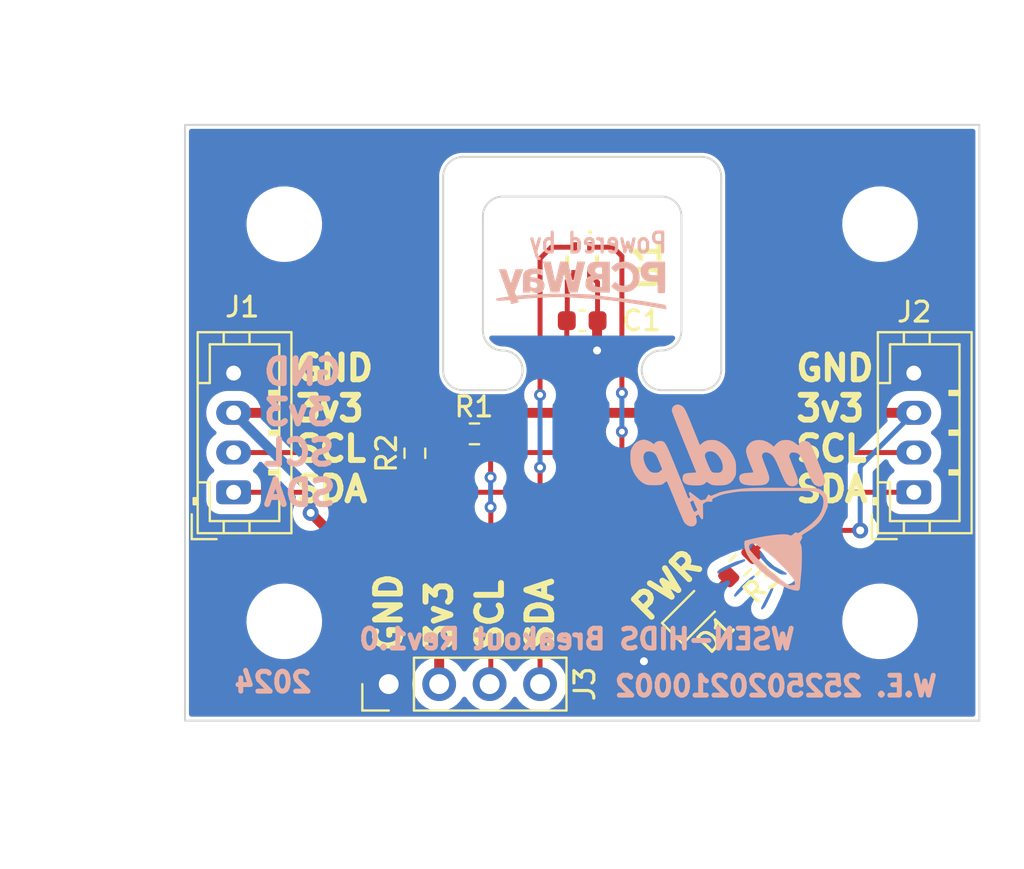
<source format=kicad_pcb>
(kicad_pcb (version 20221018) (generator pcbnew)
  (layers (0 "F.Cu" signal) (31 "B.Cu" signal) (34 "B.Paste" user) (35 "F.Paste" user) (36 "B.SilkS" user "B.Silkscreen") (37 "F.SilkS" user "F.Silkscreen") (38 "B.Mask" user) (39 "F.Mask" user) (44 "Edge.Cuts" user))
  (net 0 "")
  (net 1 "+3V3")
  (net 2 "GND")
  (net 3 "/I2C1_SCL")
  (net 4 "/I2C1_SDA")
  (net 5 "Net-(D1-A)")
  (footprint "Capacitor_SMD:C_0603_1608Metric" (layer "F.Cu") (at 140.25 90.86)
    (fp_text reference "C1" (at 3 0) (layer "F.SilkS") (effects (font (thickness 0.16))))
    (fp_text value "100n" hide)
    (pad "1" smd roundrect (at -0.775 0) (size 0.9 0.95) (layers "F.Cu" "F.Paste" "F.Mask") (net 1 "+3V3"))
    (pad "2" smd roundrect (at 0.775 0) (size 0.9 0.95) (layers "F.Cu" "F.Paste" "F.Mask") (net 2 "GND"))
  )
  (footprint "MountingHole:MountingHole_3.2mm_M3" (layer "F.Cu") (at 155.25 86)
    (fp_text reference "H4" hide)
    (fp_text value "MountingHole M3")
    (pad "" np_thru_hole circle (at 0 0) (size 3.2 3.2) (drill 3.2) (layers "*.Cu" "*.Mask"))
  )
  (footprint "Resistor_SMD:R_0603_1608Metric" (layer "F.Cu") (at 134.825 96.56 180)
    (fp_text reference "R1" (at 0.025 1.36) (layer "F.SilkS") (effects (font (thickness 0.16))))
    (fp_text value "10k")
    (pad "1" smd roundrect (at -0.825 0 180) (size 0.8 0.95) (layers "F.Cu" "F.Paste" "F.Mask") (net 3 "/I2C1_SCL"))
    (pad "2" smd roundrect (at 0.825 0 180) (size 0.8 0.95) (layers "F.Cu" "F.Paste" "F.Mask") (net 1 "+3V3"))
  )
  (footprint "Resistor_SMD:R_0603_1608Metric" (layer "F.Cu") (at 131.826 97.536 90)
    (fp_text reference "R2" (at 0 -1.43 90) (layer "F.SilkS") (effects (font (thickness 0.16))))
    (fp_text value "10k")
    (pad "1" smd roundrect (at -0.825 0 90) (size 0.8 0.95) (layers "F.Cu" "F.Paste" "F.Mask") (net 4 "/I2C1_SDA"))
    (pad "2" smd roundrect (at 0.825 0 90) (size 0.8 0.95) (layers "F.Cu" "F.Paste" "F.Mask") (net 1 "+3V3"))
  )
  (footprint "Connector_JST:JST_PH_B4B-PH-K_1x04_P2.00mm_Vertical" (layer "F.Cu") (at 122.7 99.5 90)
    (fp_text reference "J1" (at 9.33 0.436 180) (layer "F.SilkS") (effects (font (thickness 0.16))))
    (fp_text value "I2C_IN")
    (pad "1" thru_hole roundrect (at 0 0 90) (size 1.2 1.75) (drill 0.75) (layers "*.Cu" "*.Mask") (roundrect_rratio 0.2083333333) (net 4 "/I2C1_SDA"))
    (pad "2" thru_hole oval (at 2 0 90) (size 1.2 1.75) (drill 0.75) (layers "*.Cu" "*.Mask") (net 3 "/I2C1_SCL"))
    (pad "3" thru_hole oval (at 4 0 90) (size 1.2 1.75) (drill 0.75) (layers "*.Cu" "*.Mask") (net 1 "+3V3"))
    (pad "4" thru_hole oval (at 6 0 90) (size 1.2 1.75) (drill 0.75) (layers "*.Cu" "*.Mask") (net 2 "GND"))
  )
  (footprint "Connector_PinHeader_2.54mm:PinHeader_1x04_P2.54mm_Vertical" (layer "F.Cu") (at 130.51 109.16 90)
    (fp_text reference "J3" (at 0.01 9.87 90) (layer "F.SilkS") (effects (font (thickness 0.16))))
    (fp_text value "Conn_01x04_Socket")
    (pad "1" thru_hole rect (at 0 0 90) (size 1.7 1.7) (drill 1) (layers "*.Cu" "*.Mask") (net 2 "GND"))
    (pad "2" thru_hole oval (at 0 2.54 90) (size 1.7 1.7) (drill 1) (layers "*.Cu" "*.Mask") (net 1 "+3V3"))
    (pad "3" thru_hole oval (at 0 5.08 90) (size 1.7 1.7) (drill 1) (layers "*.Cu" "*.Mask") (net 3 "/I2C1_SCL"))
    (pad "4" thru_hole oval (at 0 7.62 90) (size 1.7 1.7) (drill 1) (layers "*.Cu" "*.Mask") (net 4 "/I2C1_SDA"))
  )
  (footprint "BiltongBoardSensorExpansion:2525020210002" (layer "F.Cu") (at 140.25 87.86 -90)
    (fp_text reference "U1" (at 0.17 -3.3 -90) (layer "F.SilkS") (effects (font (size 1.27 1.27) (thickness 0.254))))
    (fp_text value "2525020210002" hide)
    (pad "1" smd rect (at -0.7 -0.4) (size 0.3 0.5) (layers "F.Cu" "F.Paste" "F.Mask") (net 3 "/I2C1_SCL"))
    (pad "2" smd rect (at -0.7 0.4) (size 0.3 0.5) (layers "F.Cu" "F.Paste" "F.Mask") (net 4 "/I2C1_SDA"))
    (pad "3" smd rect (at 0.7 0.4) (size 0.3 0.5) (layers "F.Cu" "F.Paste" "F.Mask") (net 1 "+3V3"))
    (pad "4" smd rect (at 0.7 -0.4) (size 0.3 0.5) (layers "F.Cu" "F.Paste" "F.Mask") (net 2 "GND"))
  )
  (footprint "Resistor_SMD:R_0603_1608Metric" (layer "F.Cu") (at 148.213363 103.166637 45)
    (fp_text reference "R3" (at 0.08 1.46 45) (layer "F.SilkS") (effects (font (thickness 0.16))))
    (fp_text value "4.7K")
    (pad "1" smd roundrect (at -0.825 0 45) (size 0.8 0.95) (layers "F.Cu" "F.Paste" "F.Mask") (net 5 "Net-(D1-A)"))
    (pad "2" smd roundrect (at 0.825 0 45) (size 0.8 0.95) (layers "F.Cu" "F.Paste" "F.Mask") (net 1 "+3V3"))
  )
  (footprint "MountingHole:MountingHole_3.2mm_M3" (layer "F.Cu") (at 125.25 106)
    (fp_text reference "H2" hide)
    (fp_text value "MountingHole M3")
    (pad "" np_thru_hole circle (at 0 0) (size 3.2 3.2) (drill 3.2) (layers "*.Cu" "*.Mask"))
  )
  (footprint "MountingHole:MountingHole_3.2mm_M3" (layer "F.Cu") (at 155.25 106)
    (fp_text reference "H3" hide)
    (fp_text value "MountingHole M3")
    (pad "" np_thru_hole circle (at 0 0) (size 3.2 3.2) (drill 3.2) (layers "*.Cu" "*.Mask"))
  )
  (footprint "LED_SMD:LED_0603_1608Metric" (layer "F.Cu") (at 145.843363 105.556637 45)
    (fp_text reference "D1" (at 0.025672 1.59099 45) (layer "F.SilkS") (effects (font (thickness 0.16))))
    (fp_text value "LED")
    (pad "1" smd roundrect (at -0.7875 0 45) (size 0.875 0.95) (layers "F.Cu" "F.Paste" "F.Mask") (net 2 "GND"))
    (pad "2" smd roundrect (at 0.7875 0 45) (size 0.875 0.95) (layers "F.Cu" "F.Paste" "F.Mask") (net 5 "Net-(D1-A)"))
  )
  (footprint "Connector_JST:JST_PH_B4B-PH-K_1x04_P2.00mm_Vertical" (layer "F.Cu") (at 156.95 99.5 90)
    (fp_text reference "J2" (at 9.076 0.022 180) (layer "F.SilkS") (effects (font (thickness 0.16))))
    (fp_text value "I2C_OUT")
    (pad "1" thru_hole roundrect (at 0 0 90) (size 1.2 1.75) (drill 0.75) (layers "*.Cu" "*.Mask") (roundrect_rratio 0.2083333333) (net 4 "/I2C1_SDA"))
    (pad "2" thru_hole oval (at 2 0 90) (size 1.2 1.75) (drill 0.75) (layers "*.Cu" "*.Mask") (net 3 "/I2C1_SCL"))
    (pad "3" thru_hole oval (at 4 0 90) (size 1.2 1.75) (drill 0.75) (layers "*.Cu" "*.Mask") (net 1 "+3V3"))
    (pad "4" thru_hole oval (at 6 0 90) (size 1.2 1.75) (drill 0.75) (layers "*.Cu" "*.Mask") (net 2 "GND"))
  )
  (footprint "MountingHole:MountingHole_3.2mm_M3" (layer "F.Cu") (at 125.25 86)
    (fp_text reference "H1" hide)
    (fp_text value "MountingHole M3")
    (pad "" np_thru_hole circle (at 0 0) (size 3.2 3.2) (drill 3.2) (layers "*.Cu" "*.Mask"))
  )
  (footprint "BiltongBoardSensorExpansion:pcbway_logo" (layer "B.Cu") (at 140.289983 89 180)
    (fp_text reference "G***" hide)
    (fp_text value "LOGO" hide)
  )
  (footprint "BiltongBoardSensorExpansion:sig_silks_screen_10x11.5mm" (layer "B.Cu") (at 147.611799 100.829552 180)
    (fp_text reference "G***" hide)
    (fp_text value "LOGO" hide)
  )
  (footprint "BiltongBoardSensorExpansion:sig_sm_screen_10x11.5mm" (layer "B.Cu") (at 148.808978 102.05 180)
    (fp_text reference "G***" hide)
    (fp_text value "LOGO" hide)
  )
  (footprint "BiltongBoardSensorExpansion:sig_fc_screen_10x11.5mm" (layer "B.Cu") (at 148.808978 102.05 180)
    (fp_text reference "G***" hide)
    (fp_text value "LOGO" hide)
    (fp_poly (pts (xy -0.08 -1.69) (xy 0.224945 -1.932199) (xy 0.486081 -2.178922) (xy 0.750451 -2.479111) (xy 0.855296 -2.631772) (xy 0.861684 -2.655291) (xy 0.853891 -2.661318) (xy 0.39 -2.21) (xy -0.02 -1.75) (xy 0.06 -1.83)) (stroke (width 0.1)) (fill solid) (layer "B.Cu"))
    (fp_poly (pts (xy -1.36 -1.49) (xy -1.5 -1.54) (xy -1.69 -1.55) (xy -1.06 -1.2) (xy -0.71 -0.87) (xy -0.44 -0.49) (xy -0.44 -0.66) (xy -0.480254 -0.730259) (xy -0.51 -0.78) (xy -0.69 -0.98) (xy -0.9 -1.19)) (stroke (width 0.1)) (fill solid) (layer "B.Cu"))
    (fp_poly (pts (xy -0.964174 -2.365883) (xy -1.03 -2.23) (xy -0.55 -3.18) (xy -0.5 -3.28) (xy -0.5 -3.3) (xy -0.58 -3.22) (xy -0.63 -3.15) (xy -0.73 -2.96) (xy -0.89 -2.62) (xy -1 -2.36) (xy -1.04 -2.19)) (stroke (width 0.1)) (fill solid) (layer "B.Cu"))
    (fp_poly (pts (xy 1.694886 -1.473978) (xy 0.403121 -0.886669) (xy 0.397986 -0.874349) (xy 0.41725 -0.87232) (xy 0.84 -1) (xy 1.376501 -1.239721) (xy 1.56127 -1.343862) (xy 1.674862 -1.42598) (xy 1.707956 -1.479685) (xy 1.658861 -1.457978) (xy 1.602287 -1.43276) (xy 1.615339 -1.442368)) (stroke (width 0.1)) (fill solid) (layer "B.Cu"))
  )
  (gr_line (start 135.25 85.61) (end 135.25 91.36) (stroke (width 0.1)) (layer "Edge.Cuts"))
  (gr_arc (start 144.25 94.36) (mid 143.542893 94.067107) (end 143.25 93.36) (stroke (width 0.1)) (layer "Edge.Cuts"))
  (gr_line (start 146.25 94.36) (end 144.25 94.36) (stroke (width 0.1)) (layer "Edge.Cuts"))
  (gr_arc (start 133.25 83.61) (mid 133.542893 82.902893) (end 134.25 82.61) (stroke (width 0.1)) (layer "Edge.Cuts"))
  (gr_line (start 137.25 93.36) (end 137.25 93.36) (stroke (width 0.1)) (layer "Edge.Cuts"))
  (gr_line (start 143.25 93.36) (end 143.25 93.36) (stroke (width 0.1)) (layer "Edge.Cuts"))
  (gr_arc (start 147.25 93.36) (mid 146.957107 94.067107) (end 146.25 94.36) (stroke (width 0.1)) (layer "Edge.Cuts"))
  (gr_arc (start 145.25 91.36) (mid 144.957107 92.067107) (end 144.25 92.36) (stroke (width 0.1)) (layer "Edge.Cuts"))
  (gr_line (start 146.25 82.61) (end 134.25 82.61) (stroke (width 0.1)) (layer "Edge.Cuts"))
  (gr_line (start 144.25 92.36) (end 144.25 92.36) (stroke (width 0.1)) (layer "Edge.Cuts"))
  (gr_line (start 134.25 94.36) (end 136.25 94.36) (stroke (width 0.1)) (layer "Edge.Cuts"))
  (gr_line (start 136.25 84.61) (end 144.25 84.61) (stroke (width 0.1)) (layer "Edge.Cuts"))
  (gr_arc (start 137.25 93.36) (mid 136.957107 94.067107) (end 136.25 94.36) (stroke (width 0.1)) (layer "Edge.Cuts"))
  (gr_arc (start 146.25 82.61) (mid 146.957107 82.902893) (end 147.25 83.61) (stroke (width 0.1)) (layer "Edge.Cuts"))
  (gr_arc (start 134.25 94.36) (mid 133.542893 94.067107) (end 133.25 93.36) (stroke (width 0.1)) (layer "Edge.Cuts"))
  (gr_line (start 133.25 93.36) (end 133.25 83.61) (stroke (width 0.1)) (layer "Edge.Cuts"))
  (gr_line (start 136.25 92.36) (end 136.25 92.36) (stroke (width 0.1)) (layer "Edge.Cuts"))
  (gr_arc (start 135.25 85.61) (mid 135.542893 84.902893) (end 136.25 84.61) (stroke (width 0.1)) (layer "Edge.Cuts"))
  (gr_line (start 147.25 93.36) (end 147.25 83.61) (stroke (width 0.1)) (layer "Edge.Cuts"))
  (gr_arc (start 136.25 92.36) (mid 136.957107 92.652893) (end 137.25 93.36) (stroke (width 0.1)) (layer "Edge.Cuts"))
  (gr_rect (start 120.25 81) (end 160.25 111) (stroke (width 0.1)) (fill none) (layer "Edge.Cuts"))
  (gr_line (start 145.25 85.61) (end 145.25 91.36) (stroke (width 0.1)) (layer "Edge.Cuts"))
  (gr_arc (start 143.25 93.36) (mid 143.542893 92.652893) (end 144.25 92.36) (stroke (width 0.1)) (layer "Edge.Cuts"))
  (gr_arc (start 136.25 92.36) (mid 135.542893 92.067107) (end 135.25 91.36) (stroke (width 0.1)) (layer "Edge.Cuts"))
  (gr_arc (start 144.25 84.61) (mid 144.957107 84.902893) (end 145.25 85.61) (stroke (width 0.1)) (layer "Edge.Cuts"))
  (gr_text "Myles Parfeniuk 2024" (at 142 109.9) (layer "F.Cu") (effects (font (size 1 1) (thickness 0.25) bold) (justify left bottom)))
  (gr_text "W.E. 2525020210002" (at 158.24 109.85) (layer "B.SilkS") (effects (font (size 1 1) (thickness 0.25) bold) (justify left bottom mirror)))
  (gr_text "2024" (at 126.75 109.65) (layer "B.SilkS") (effects (font (size 1 1) (thickness 0.25) bold) (justify left bottom mirror)))
  (gr_text "Powered by" (at 144.6 87.53) (layer "B.SilkS") (effects (font (size 1 0.8) (thickness 0.16) bold) (justify left bottom mirror)))
  (gr_text "WSEN-HIDS Breakout Rev1.0" (at 151.08 107.48) (layer "B.SilkS") (effects (font (size 1 1) (thickness 0.25) bold) (justify left bottom mirror)))
  (gr_text "GND" (at 128.276191 94.168) (layer "B.SilkS") (effects (font (size 1.25 1.25) (thickness 0.3) bold) (justify left bottom mirror)))
  (gr_text "SDA" (at 127.978572 100.264) (layer "B.SilkS") (effects (font (size 1.25 1.25) (thickness 0.3) bold) (justify left bottom mirror)))
  (gr_text "3v3" (at 127.8 96.2) (layer "B.SilkS") (effects (font (size 1.25 1.25) (thickness 0.3) bold) (justify left bottom mirror)))
  (gr_text "SCL" (at 127.919048 98.232) (layer "B.SilkS") (effects (font (size 1.25 1.25) (thickness 0.3) bold) (justify left bottom mirror)))
  (gr_text "3v3" (at 150.876 96.012) (layer "F.SilkS") (effects (font (size 1.25 1.25) (thickness 0.3) bold) (justify left bottom)))
  (gr_text "GND" (at 150.876 93.98) (layer "F.SilkS") (effects (font (size 1.25 1.25) (thickness 0.3) bold) (justify left bottom)))
  (gr_text "3v3" (at 133.78 107.53 90) (layer "F.SilkS") (effects (font (size 1.25 1.25) (thickness 0.3) bold) (justify left bottom)))
  (gr_text "SDA" (at 150.876 100.076) (layer "F.SilkS") (effects (font (size 1.25 1.25) (thickness 0.3) bold) (justify left bottom)))
  (gr_text "SCL" (at 136.33 107.6 90) (layer "F.SilkS") (effects (font (size 1.25 1.25) (thickness 0.3) bold) (justify left bottom)))
  (gr_text "SCL" (at 150.876 98.044) (layer "F.SilkS") (effects (font (size 1.25 1.25) (thickness 0.3) bold) (justify left bottom)))
  (gr_text "GND" (at 125.676 93.98) (layer "F.SilkS") (effects (font (size 1.25 1.25) (thickness 0.3) bold) (justify left bottom)))
  (gr_text "SDA" (at 138.86 107.59 90) (layer "F.SilkS") (effects (font (size 1.25 1.25) (thickness 0.3) bold) (justify left bottom)))
  (gr_text "SDA" (at 125.676 100.076) (layer "F.SilkS") (effects (font (size 1.25 1.25) (thickness 0.3) bold) (justify left bottom)))
  (gr_text "PWR" (at 143.513363 106.236637 45) (layer "F.SilkS") (effects (font (size 1.25 1.25) (thickness 0.3) bold) (justify left bottom)))
  (gr_text "GND" (at 131.24 107.65 90) (layer "F.SilkS") (effects (font (size 1.25 1.25) (thickness 0.3) bold) (justify left bottom)))
  (gr_text "3v3" (at 125.676 96.012) (layer "F.SilkS") (effects (font (size 1.25 1.25) (thickness 0.3) bold) (justify left bottom)))
  (gr_text "SCL" (at 125.676 98.044) (layer "F.SilkS") (effects (font (size 1.25 1.25) (thickness 0.3) bold) (justify left bottom)))
  (segment (start 129.54 95.5) (end 131.572 95.5) (width 0.5) (layer "F.Cu") (net 1))
  (segment (start 149.96 101.42) (end 148.796726 102.583274) (width 0.25) (layer "F.Cu") (net 1))
  (segment (start 133.05 109.16) (end 133.05 107.01) (width 0.5) (layer "F.Cu") (net 1))
  (segment (start 134.08 95.5) (end 134.366 95.5) (width 0.5) (layer "F.Cu") (net 1))
  (segment (start 139.85 88.56) (end 139.8 88.56) (width 0.25) (layer "F.Cu") (net 1))
  (segment (start 139.8 88.56) (end 139.5 88.86) (width 0.25) (layer "F.Cu") (net 1))
  (segment (start 139.446 95.5) (end 147.066 95.5) (width 0.5) (layer "F.Cu") (net 1))
  (segment (start 132.08 95.5) (end 134.08 95.5) (width 0.5) (layer "F.Cu") (net 1))
  (segment (start 131.954 95.626) (end 132.08 95.5) (width 0.25) (layer "F.Cu") (net 1))
  (segment (start 122.5 95.5) (end 129.54 95.5) (width 0.5) (layer "F.Cu") (net 1))
  (segment (start 139.5 88.86) (end 139.5 90.835) (width 0.25) (layer "F.Cu") (net 1))
  (segment (start 133.05 107.01) (end 126.58 100.54) (width 0.5) (layer "F.Cu") (net 1))
  (segment (start 139.475 90.86) (end 139.475 95.471) (width 0.25) (layer "F.Cu") (net 1))
  (segment (start 135.89 95.5) (end 139.446 95.5) (width 0.5) (layer "F.Cu") (net 1))
  (segment (start 147.066 95.5) (end 156.95 95.5) (width 0.5) (layer "F.Cu") (net 1))
  (segment (start 134 96.56) (end 134 95.58) (width 0.25) (layer "F.Cu") (net 1))
  (segment (start 139.475 95.471) (end 139.446 95.5) (width 0.25) (layer "F.Cu") (net 1))
  (segment (start 131.572 95.5) (end 131.87 95.5) (width 0.5) (layer "F.Cu") (net 1))
  (segment (start 154.25 101.42) (end 149.96 101.42) (width 0.25) (layer "F.Cu") (net 1))
  (segment (start 134.24 95.626) (end 134.366 95.5) (width 0.25) (layer "F.Cu") (net 1))
  (segment (start 131.826 96.711) (end 131.826 95.544) (width 0.25) (layer "F.Cu") (net 1))
  (segment (start 134.366 95.5) (end 135.89 95.5) (width 0.5) (layer "F.Cu") (net 1))
  (segment (start 131.87 95.5) (end 132.08 95.5) (width 0.5) (layer "F.Cu") (net 1))
  (segment (start 131.826 95.544) (end 131.87 95.5) (width 0.25) (layer "F.Cu") (net 1))
  (via (at 126.58 100.54) (size 0.8) (drill 0.4) (layers "F.Cu" "B.Cu") (net 1))
  (via (at 154.25 101.42) (size 0.8) (drill 0.4) (layers "F.Cu" "B.Cu") (net 1))
  (segment (start 126.58 99.38) (end 122.7 95.5) (width 0.5) (layer "B.Cu") (net 1))
  (segment (start 126.58 100.54) (end 126.58 99.38) (width 0.5) (layer "B.Cu") (net 1))
  (segment (start 154.25 101.42) (end 154.25 98.2) (width 0.25) (layer "B.Cu") (net 1))
  (segment (start 154.25 98.2) (end 156.95 95.5) (width 0.25) (layer "B.Cu") (net 1))
  (segment (start 143.36 108.01) (end 143.39 108.01) (width 0.25) (layer "F.Cu") (net 2))
  (segment (start 141 90.885) (end 141 92.36) (width 0.5) (layer "F.Cu") (net 2))
  (segment (start 141.025 88.935) (end 140.65 88.56) (width 0.25) (layer "F.Cu") (net 2))
  (segment (start 141.025 90.86) (end 141 90.885) (width 0.25) (layer "F.Cu") (net 2))
  (segment (start 141.025 90.86) (end 141.025 88.935) (width 0.25) (layer "F.Cu") (net 2))
  (segment (start 143.39 108.01) (end 145.286516 106.113484) (width 0.25) (layer "F.Cu") (net 2))
  (via (at 141 92.36) (size 0.8) (drill 0.4) (layers "F.Cu" "B.Cu") (net 2))
  (via (at 143.36 108.01) (size 0.8) (drill 0.4) (layers "F.Cu" "B.Cu") (net 2))
  (segment (start 135.57 97.5) (end 133.604 97.5) (width 0.25) (layer "F.Cu") (net 3))
  (segment (start 142.24 97.5) (end 135.89 97.5) (width 0.25) (layer "F.Cu") (net 3))
  (segment (start 142.25 96.45) (end 142.25 97.48) (width 0.25) (layer "F.Cu") (net 3))
  (segment (start 142.25 87.61) (end 141.8 87.16) (width 0.25) (layer "F.Cu") (net 3))
  (segment (start 135.64 97.57) (end 135.57 97.5) (width 0.25) (layer "F.Cu") (net 3))
  (segment (start 133.604 97.5) (end 122.5 97.5) (width 0.25) (layer "F.Cu") (net 3))
  (segment (start 156.95 97.5) (end 144.272 97.5) (width 0.25) (layer "F.Cu") (net 3))
  (segment (start 135.64 97.76) (end 135.64 96.57) (width 0.25) (layer "F.Cu") (net 3))
  (segment (start 135.64 96.57) (end 135.65 96.56) (width 0.25) (layer "F.Cu") (net 3))
  (segment (start 142.27 97.5) (end 142.24 97.5) (width 0.25) (layer "F.Cu") (net 3))
  (segment (start 141.8 87.16) (end 140.65 87.16) (width 0.25) (layer "F.Cu") (net 3))
  (segment (start 142.25 97.48) (end 142.27 97.5) (width 0.25) (layer "F.Cu") (net 3))
  (segment (start 142.25 94.5) (end 142.25 87.61) (width 0.25) (layer "F.Cu") (net 3))
  (segment (start 135.59 109.16) (end 135.59 108.71) (width 0.25) (layer "F.Cu") (net 3))
  (segment (start 144.272 97.5) (end 142.27 97.5) (width 0.25) (layer "F.Cu") (net 3))
  (segment (start 135.64 98.75) (end 135.64 97.76) (width 0.25) (layer "F.Cu") (net 3))
  (segment (start 135.65 100.26) (end 135.64 100.25) (width 0.25) (layer "F.Cu") (net 3))
  (segment (start 135.65 108.65) (end 135.65 100.26) (width 0.25) (layer "F.Cu") (net 3))
  (segment (start 135.64 97.76) (end 135.64 97.57) (width 0.25) (layer "F.Cu") (net 3))
  (segment (start 135.59 108.71) (end 135.65 108.65) (width 0.25) (layer "F.Cu") (net 3))
  (segment (start 135.89 97.5) (end 135.57 97.5) (width 0.25) (layer "F.Cu") (net 3))
  (via (at 135.64 98.75) (size 0.6) (drill 0.3) (layers "F.Cu" "B.Cu") (net 3))
  (via (at 135.64 100.25) (size 0.6) (drill 0.3) (layers "F.Cu" "B.Cu") (net 3))
  (via (at 142.25 96.45) (size 0.6) (drill 0.3) (layers "F.Cu" "B.Cu") (net 3))
  (via (at 142.25 94.5) (size 0.6) (drill 0.3) (layers "F.Cu" "B.Cu") (net 3))
  (segment (start 142.25 94.5) (end 142.25 96.45) (width 0.25) (layer "B.Cu") (net 3))
  (segment (start 135.64 98.75) (end 135.64 100.25) (width 0.25) (layer "B.Cu") (net 3))
  (segment (start 138.176 99.5) (end 141.732 99.5) (width 0.25) (layer "F.Cu") (net 4))
  (segment (start 129.54 99.5) (end 131.826 99.5) (width 0.25) (layer "F.Cu") (net 4))
  (segment (start 138.13 94.6) (end 138.13 87.73) (width 0.25) (layer "F.Cu") (net 4))
  (segment (start 131.826 98.361) (end 131.826 99.5) (width 0.25) (layer "F.Cu") (net 4))
  (segment (start 138.13 87.73) (end 138.7 87.16) (width 0.25) (layer "F.Cu") (net 4))
  (segment (start 138.7 87.16) (end 139.85 87.16) (width 0.25) (layer "F.Cu") (net 4))
  (segment (start 141.732 99.5) (end 156.95 99.5) (width 0.25) (layer "F.Cu") (net 4))
  (segment (start 122.5 99.5) (end 129.54 99.5) (width 0.25) (layer "F.Cu") (net 4))
  (segment (start 138.13 99.546) (end 138.176 99.5) (width 0.25) (layer "F.Cu") (net 4))
  (segment (start 131.826 99.5) (end 138.176 99.5) (width 0.25) (layer "F.Cu") (net 4))
  (segment (start 138.13 98.25) (end 138.13 99.546) (width 0.25) (layer "F.Cu") (net 4))
  (segment (start 138.13 109.16) (end 138.13 99.546) (width 0.25) (layer "F.Cu") (net 4))
  (via (at 138.13 94.6) (size 0.6) (drill 0.3) (layers "F.Cu" "B.Cu") (net 4))
  (via (at 138.13 98.25) (size 0.6) (drill 0.3) (layers "F.Cu" "B.Cu") (net 4))
  (segment (start 138.13 94.62) (end 138.13 98.25) (width 0.25) (layer "B.Cu") (net 4))
  (segment (start 147.63 103.75) (end 146.40021 104.97979) (width 0.25) (layer "F.Cu") (net 5))
  (zone (net 2) (net_name "GND") (layer "B.Cu") (connect_pads (clearance 0.5)) (min_thickness 0.25) (fill yes (thermal_gap 0.5) (thermal_bridge_width 0.5) (smoothing fillet) (radius 0.5) (island_removal_mode 1) (island_area_min 10))
    (polygon (pts (xy 120.25 81) (xy 120.25 111) (xy 160.25 111) (xy 160.25 81) (xy 120 81)))
  )
  (zone (net 0) (net_name "") (layer "B.Cu") (connect_pads (clearance 0)) (min_thickness 0.25)
    (keepout (tracks allowed) (vias allowed) (pads allowed) (copperpour not_allowed) (footprints allowed))
    (fill (thermal_gap 0.5) (thermal_bridge_width 0.5) (island_removal_mode 1) (island_area_min 10))
    (polygon (pts (xy 135.48 84.75) (xy 145.1 84.75) (xy 145.1 91.61) (xy 135.48 91.61)))
  )
)
</source>
